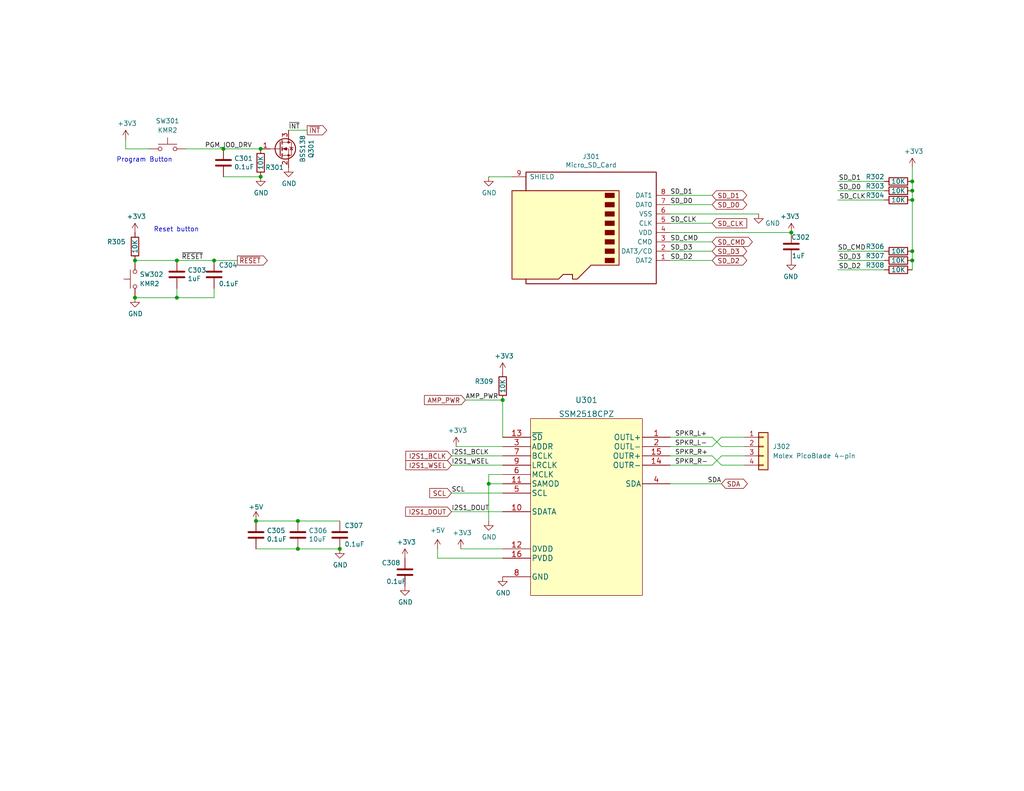
<source format=kicad_sch>
(kicad_sch (version 20211123) (generator eeschema)
  (paper "USLetter")
  (title_block (title "Wroom32 LED Controller") (date "2022-05-15") (rev "4.0.0") (company "Aaron Williams") (comment 1 "Copyright © 2020-2022 by Aaron Williams"))
  (lib_symbols
    (symbol "Aaron:SSM2518CPZ" (pin_names (offset 0.254))
      (property "Reference" "U" (at 0 27.94 0))
      (property "Value" "SSM2518CPZ" (at 0 25.4 0))
      (symbol "SSM2518CPZ_0_1"
        (rectangle (start -15.24 22.86) (end 15.24 -25.4) (fill (type background)))
      )
      (symbol "SSM2518CPZ_1_1"
        (pin output line (at 22.86 17.78 180) (length 7.62) (name "OUTL+") (number "1"))
        (pin input line (at -22.86 -2.54 0) (length 7.62) (name "SDATA") (number "10"))
        (pin input line (at -22.86 5.08 0) (length 7.62) (name "SAMOD") (number "11"))
        (pin power_in line (at -22.86 -12.7 0) (length 7.62) (name "DVDD") (number "12"))
        (pin input line (at -22.86 17.78 0) (length 7.62) (name "~{SD}") (number "13"))
        (pin output line (at 22.86 10.16 180) (length 7.62) (name "OUTR-") (number "14"))
        (pin output line (at 22.86 12.7 180) (length 7.62) (name "OUTR+") (number "15"))
        (pin power_in line (at -22.86 -15.24 0) (length 7.62) (name "PVDD") (number "16"))
        (pin passive line (at -22.86 -20.32 0) (length 7.62) hide (name "GND") (number "17"))
        (pin passive line (at -22.86 -20.32 0) (length 7.62) hide (name "GND") (number "18"))
        (pin passive line (at -22.86 -20.32 0) (length 7.62) hide (name "GND") (number "19"))
        (pin output line (at 22.86 15.24 180) (length 7.62) (name "OUTL-") (number "2"))
        (pin passive line (at -22.86 -15.24 0) (length 7.62) hide (name "PVDD") (number "20"))
        (pin passive line (at -22.86 -20.32 0) (length 7.62) hide (name "GND") (number "21"))
        (pin input line (at -22.86 15.24 0) (length 7.62) (name "ADDR") (number "3"))
        (pin bidirectional line (at 22.86 5.08 180) (length 7.62) (name "SDA") (number "4"))
        (pin input line (at -22.86 2.54 0) (length 7.62) (name "SCL") (number "5"))
        (pin input line (at -22.86 7.62 0) (length 7.62) (name "MCLK") (number "6"))
        (pin input line (at -22.86 12.7 0) (length 7.62) (name "BCLK") (number "7"))
        (pin power_in line (at -22.86 -20.32 0) (length 7.62) (name "GND") (number "8"))
        (pin input line (at -22.86 10.16 0) (length 7.62) (name "LRCLK") (number "9"))
      )
    )
    (symbol "Connector_Generic:Conn_01x04" (pin_names (offset 1.016) hide)
      (property "Reference" "J" (at 0 5.08 0))
      (property "Value" "Conn_01x04" (at 0 -7.62 0))
      (symbol "Conn_01x04_1_1"
        (rectangle (start -1.27 -4.953) (end 0 -5.207) (stroke (width 0.1524)))
        (rectangle (start -1.27 -2.413) (end 0 -2.667) (stroke (width 0.1524)))
        (rectangle (start -1.27 0.127) (end 0 -0.127) (stroke (width 0.1524)))
        (rectangle (start -1.27 2.667) (end 0 2.413) (stroke (width 0.1524)))
        (rectangle (start -1.27 3.81) (end 1.27 -6.35) (stroke (width 0.254)) (fill (type background)))
        (pin passive line (at -5.08 2.54 0) (length 3.81) (name "Pin_1") (number "1"))
        (pin passive line (at -5.08 0 0) (length 3.81) (name "Pin_2") (number "2"))
        (pin passive line (at -5.08 -2.54 0) (length 3.81) (name "Pin_3") (number "3"))
        (pin passive line (at -5.08 -5.08 0) (length 3.81) (name "Pin_4") (number "4"))
      )
    )
    (symbol "Device:C" (pin_numbers hide) (pin_names (offset 0.254))
      (property "Reference" "C" (at 0.635 2.54 0))
      (property "Value" "C" (at 0.635 -2.54 0))
      (symbol "C_0_1"
        (polyline (pts (xy -2.032 -0.762) (xy 2.032 -0.762)) (stroke (width 0.508)))
        (polyline (pts (xy -2.032 0.762) (xy 2.032 0.762)) (stroke (width 0.508)))
      )
      (symbol "C_1_1"
        (pin passive line (at 0 3.81 270) (length 2.794) (name "~") (number "1"))
        (pin passive line (at 0 -3.81 90) (length 2.794) (name "~") (number "2"))
      )
    )
    (symbol "Device:R" (pin_numbers hide) (pin_names (offset 0))
      (property "Reference" "R" (at 2.032 0 90))
      (property "Value" "R" (at 0 0 90))
      (symbol "R_0_1"
        (rectangle (start -1.016 -2.54) (end 1.016 2.54) (stroke (width 0.254)))
      )
      (symbol "R_1_1"
        (pin passive line (at 0 3.81 270) (length 1.27) (name "~") (number "1"))
        (pin passive line (at 0 -3.81 90) (length 1.27) (name "~") (number "2"))
      )
    )
    (symbol "Switch:SW_Push" (pin_numbers hide) (pin_names (offset 1.016) hide)
      (property "Reference" "SW" (at 1.27 2.54 0))
      (property "Value" "SW_Push" (at 0 -1.524 0))
      (symbol "SW_Push_0_1"
        (circle (center -2.032 0) (radius 0.508))
        (polyline (pts (xy 0 1.27) (xy 0 3.048)))
        (polyline (pts (xy 2.54 1.27) (xy -2.54 1.27)))
        (circle (center 2.032 0) (radius 0.508))
        (pin passive line (at -5.08 0 0) (length 2.54) (name "1") (number "1"))
        (pin passive line (at 5.08 0 180) (length 2.54) (name "2") (number "2"))
      )
    )
    (symbol "Transistor_FET:BSS138" (pin_names hide)
      (property "Reference" "Q" (at 5.08 1.905 0))
      (property "Value" "BSS138" (at 5.08 0 0))
      (symbol "BSS138_0_1"
        (polyline (pts (xy 0.254 0) (xy -2.54 0)))
        (polyline (pts (xy 0.254 1.905) (xy 0.254 -1.905)) (stroke (width 0.254)))
        (polyline (pts (xy 0.762 -1.27) (xy 0.762 -2.286)) (stroke (width 0.254)))
        (polyline (pts (xy 0.762 0.508) (xy 0.762 -0.508)) (stroke (width 0.254)))
        (polyline (pts (xy 0.762 2.286) (xy 0.762 1.27)) (stroke (width 0.254)))
        (polyline (pts (xy 2.54 2.54) (xy 2.54 1.778)))
        (polyline (pts (xy 2.54 -2.54) (xy 2.54 0) (xy 0.762 0)))
        (polyline (pts (xy 0.762 -1.778) (xy 3.302 -1.778) (xy 3.302 1.778) (xy 0.762 1.778)))
        (polyline (pts (xy 1.016 0) (xy 2.032 0.381) (xy 2.032 -0.381) (xy 1.016 0)) (fill (type outline)))
        (polyline (pts (xy 2.794 0.508) (xy 2.921 0.381) (xy 3.683 0.381) (xy 3.81 0.254)))
        (polyline (pts (xy 3.302 0.381) (xy 2.921 -0.254) (xy 3.683 -0.254) (xy 3.302 0.381)))
        (circle (center 1.651 0) (radius 2.794) (stroke (width 0.254)))
        (circle (center 2.54 -1.778) (radius 0.254) (fill (type outline)))
        (circle (center 2.54 1.778) (radius 0.254) (fill (type outline)))
      )
      (symbol "BSS138_1_1"
        (pin input line (at -5.08 0 0) (length 2.54) (name "G") (number "1"))
        (pin passive line (at 2.54 -5.08 90) (length 2.54) (name "S") (number "2"))
        (pin passive line (at 2.54 5.08 270) (length 2.54) (name "D") (number "3"))
      )
    )
    (symbol "led-controller-wrover32-rescue:Micro_SD_Card-Connector" (pin_names (offset 1.016))
      (property "Reference" "J" (at -16.51 15.24 0))
      (property "Value" "Micro_SD_Card-Connector" (at 16.51 15.24 0))
      (symbol "Micro_SD_Card-Connector_0_1"
        (rectangle (start -7.62 -9.525) (end -5.08 -10.795) (fill (type outline)))
        (rectangle (start -7.62 -6.985) (end -5.08 -8.255) (fill (type outline)))
        (rectangle (start -7.62 -4.445) (end -5.08 -5.715) (fill (type outline)))
        (rectangle (start -7.62 -1.905) (end -5.08 -3.175) (fill (type outline)))
        (rectangle (start -7.62 0.635) (end -5.08 -0.635) (fill (type outline)))
        (rectangle (start -7.62 3.175) (end -5.08 1.905) (fill (type outline)))
        (rectangle (start -7.62 5.715) (end -5.08 4.445) (fill (type outline)))
        (rectangle (start -7.62 8.255) (end -5.08 6.985) (fill (type outline)))
        (polyline (pts (xy 16.51 12.7) (xy 16.51 13.97) (xy -19.05 13.97) (xy -19.05 -16.51) (xy 16.51 -16.51) (xy 16.51 -11.43)) (stroke (width 0.254)))
        (polyline (pts (xy -8.89 -11.43) (xy -8.89 8.89) (xy -1.27 8.89) (xy 2.54 12.7) (xy 3.81 12.7) (xy 3.81 11.43) (xy 6.35 11.43) (xy 7.62 12.7) (xy 20.32 12.7) (xy 20.32 -11.43) (xy -8.89 -11.43)) (stroke (width 0.254)) (fill (type background)))
      )
      (symbol "Micro_SD_Card-Connector_1_1"
        (pin bidirectional line (at -22.86 7.62 0) (length 3.81) (name "DAT2") (number "1"))
        (pin bidirectional line (at -22.86 5.08 0) (length 3.81) (name "DAT3/CD") (number "2"))
        (pin input line (at -22.86 2.54 0) (length 3.81) (name "CMD") (number "3"))
        (pin power_in line (at -22.86 0 0) (length 3.81) (name "VDD") (number "4"))
        (pin input line (at -22.86 -2.54 0) (length 3.81) (name "CLK") (number "5"))
        (pin power_in line (at -22.86 -5.08 0) (length 3.81) (name "VSS") (number "6"))
        (pin input line (at -22.86 -7.62 0) (length 3.81) (name "DAT0") (number "7"))
        (pin input line (at -22.86 -10.16 0) (length 3.81) (name "DAT1") (number "8"))
        (pin passive line (at 20.32 -15.24 180) (length 3.81) (name "SHIELD") (number "9"))
      )
    )
    (symbol "power:+3.3V" (power) (pin_names (offset 0))
      (property "Value" "+3.3V" (at 0 3.556 0))
      (symbol "+3.3V_0_1"
        (polyline (pts (xy -0.762 1.27) (xy 0 2.54)))
        (polyline (pts (xy 0 0) (xy 0 2.54)))
        (polyline (pts (xy 0 2.54) (xy 0.762 1.27)))
      )
      (symbol "+3.3V_1_1"
        (pin power_in line (at 0 0 90) (length 0) hide (name "+3V3") (number "1"))
      )
    )
    (symbol "power:+5V" (power) (pin_names (offset 0))
      (property "Value" "+5V" (at 0 3.556 0))
      (symbol "+5V_0_1"
        (polyline (pts (xy -0.762 1.27) (xy 0 2.54)))
        (polyline (pts (xy 0 0) (xy 0 2.54)))
        (polyline (pts (xy 0 2.54) (xy 0.762 1.27)))
      )
      (symbol "+5V_1_1"
        (pin power_in line (at 0 0 90) (length 0) hide (name "+5V") (number "1"))
      )
    )
    (symbol "power:GND" (power) (pin_names (offset 0))
      (property "Value" "GND" (at 0 -3.81 0))
      (symbol "GND_0_1"
        (polyline (pts (xy 0 0) (xy 0 -1.27) (xy 1.27 -1.27) (xy 0 -2.54) (xy -1.27 -1.27) (xy 0 -1.27)))
      )
      (symbol "GND_1_1"
        (pin power_in line (at 0 0 270) (length 0) hide (name "GND") (number "1"))
      )
    )
  )
  (junction (at 71.12 40.64))
  (junction (at 248.92 54.61))
  (junction (at 137.16 109.22))
  (junction (at 248.92 52.07))
  (junction (at 248.92 71.12))
  (junction (at 81.28 149.86))
  (junction (at 36.83 71.12))
  (junction (at 48.26 81.28))
  (junction (at 60.96 40.64))
  (junction (at 133.35 132.08))
  (junction (at 69.85 142.24))
  (junction (at 71.12 48.26))
  (junction (at 215.9 63.5))
  (junction (at 81.28 142.24))
  (junction (at 58.42 71.12))
  (junction (at 248.92 49.53))
  (junction (at 248.92 68.58))
  (junction (at 48.26 71.12))
  (junction (at 36.83 81.28))
  (junction (at 92.71 149.86))
  (wire (pts (xy 182.88 121.92) (xy 194.31 121.92)))
  (wire (pts (xy 248.92 49.53) (xy 248.92 52.07)))
  (wire (pts (xy 182.88 60.96) (xy 194.31 60.96)))
  (wire (pts (xy 36.83 81.28) (xy 48.26 81.28)))
  (wire (pts (xy 241.3 49.53) (xy 228.6 49.53)))
  (wire (pts (xy 119.38 149.86) (xy 119.38 152.4)))
  (wire (pts (xy 194.31 121.92) (xy 196.85 119.38)))
  (wire (pts (xy 196.85 124.46) (xy 203.2 124.46)))
  (wire (pts (xy 228.6 71.12) (xy 241.3 71.12)))
  (wire (pts (xy 124.46 121.92) (xy 137.16 121.92)))
  (wire (pts (xy 137.16 139.7) (xy 123.19 139.7)))
  (wire (pts (xy 92.71 142.24) (xy 81.28 142.24)))
  (wire (pts (xy 182.88 124.46) (xy 194.31 124.46)))
  (wire (pts (xy 137.16 127) (xy 123.19 127)))
  (wire (pts (xy 133.35 129.54) (xy 133.35 132.08)))
  (wire (pts (xy 60.96 40.64) (xy 71.12 40.64)))
  (wire (pts (xy 194.31 119.38) (xy 196.85 121.92)))
  (wire (pts (xy 137.16 132.08) (xy 133.35 132.08)))
  (wire (pts (xy 228.6 73.66) (xy 241.3 73.66)))
  (wire (pts (xy 92.71 149.86) (xy 81.28 149.86)))
  (wire (pts (xy 119.38 152.4) (xy 137.16 152.4)))
  (wire (pts (xy 248.92 68.58) (xy 248.92 71.12)))
  (wire (pts (xy 196.85 127) (xy 203.2 127)))
  (wire (pts (xy 228.6 54.61) (xy 241.3 54.61)))
  (wire (pts (xy 81.28 149.86) (xy 69.85 149.86)))
  (wire (pts (xy 194.31 127) (xy 196.85 124.46)))
  (wire (pts (xy 36.83 71.12) (xy 48.26 71.12)))
  (wire (pts (xy 133.35 48.26) (xy 139.7 48.26)))
  (wire (pts (xy 58.42 71.12) (xy 64.77 71.12)))
  (wire (pts (xy 248.92 54.61) (xy 248.92 68.58)))
  (wire (pts (xy 228.6 68.58) (xy 241.3 68.58)))
  (wire (pts (xy 182.88 132.08) (xy 196.85 132.08)))
  (wire (pts (xy 123.19 134.62) (xy 137.16 134.62)))
  (wire (pts (xy 78.74 35.56) (xy 83.82 35.56)))
  (wire (pts (xy 248.92 71.12) (xy 248.92 73.66)))
  (wire (pts (xy 194.31 124.46) (xy 196.85 127)))
  (wire (pts (xy 196.85 121.92) (xy 203.2 121.92)))
  (wire (pts (xy 81.28 142.24) (xy 69.85 142.24)))
  (wire (pts (xy 182.88 55.88) (xy 194.31 55.88)))
  (wire (pts (xy 137.16 119.38) (xy 137.16 109.22)))
  (wire (pts (xy 196.85 119.38) (xy 203.2 119.38)))
  (wire (pts (xy 137.16 124.46) (xy 123.19 124.46)))
  (wire (pts (xy 228.6 52.07) (xy 241.3 52.07)))
  (wire (pts (xy 60.96 48.26) (xy 71.12 48.26)))
  (wire (pts (xy 182.88 127) (xy 194.31 127)))
  (wire (pts (xy 125.73 149.86) (xy 137.16 149.86)))
  (wire (pts (xy 182.88 119.38) (xy 194.31 119.38)))
  (wire (pts (xy 48.26 71.12) (xy 58.42 71.12)))
  (wire (pts (xy 248.92 52.07) (xy 248.92 54.61)))
  (wire (pts (xy 127 109.22) (xy 137.16 109.22)))
  (wire (pts (xy 182.88 66.04) (xy 194.31 66.04)))
  (wire (pts (xy 182.88 63.5) (xy 215.9 63.5)))
  (wire (pts (xy 182.88 71.12) (xy 194.31 71.12)))
  (wire (pts (xy 58.42 81.28) (xy 48.26 81.28)))
  (wire (pts (xy 34.29 40.64) (xy 40.64 40.64)))
  (wire (pts (xy 182.88 53.34) (xy 194.31 53.34)))
  (wire (pts (xy 182.88 68.58) (xy 194.31 68.58)))
  (wire (pts (xy 50.8 40.64) (xy 60.96 40.64)))
  (wire (pts (xy 34.29 40.64) (xy 34.29 38.1)))
  (wire (pts (xy 137.16 129.54) (xy 133.35 129.54)))
  (wire (pts (xy 48.26 78.74) (xy 48.26 81.28)))
  (wire (pts (xy 133.35 132.08) (xy 133.35 142.24)))
  (wire (pts (xy 182.88 58.42) (xy 207.01 58.42)))
  (wire (pts (xy 248.92 45.72) (xy 248.92 49.53)))
  (wire (pts (xy 58.42 78.74) (xy 58.42 81.28)))
  (text "Program Button" (at 31.75 44.45 0) (effects (font (size 1.27 1.27)) (justify left bottom)))
  (text "Reset button" (at 41.91 63.5 0) (effects (font (size 1.27 1.27)) (justify left bottom)))
  (label "I2S1_BCLK" (at 123.19 124.46 0))
  (label "SPKR_L+" (at 184.15 119.38 0))
  (label "SD_D3" (at 182.88 68.58 0))
  (label "SD_CLK" (at 182.88 60.96 0))
  (label "PGM_IO0_DRV" (at 55.88 40.64 0))
  (label "AMP_PWR" (at 127 109.22 0))
  (label "I2S1_WSEL" (at 123.19 127 0))
  (label "SD_CMD" (at 182.88 66.04 0))
  (label "SD_D2" (at 182.88 71.12 0))
  (label "I2S1_DOUT" (at 123.19 139.7 0))
  (label "SD_D1" (at 234.95 49.53 180))
  (label "SD_D1" (at 182.88 53.34 0))
  (label "SPKR_R+" (at 184.15 124.46 0))
  (label "SD_D3" (at 234.95 71.12 180))
  (label "SD_CLK" (at 236.22 54.61 180))
  (label "SD_D2" (at 234.95 73.66 180))
  (label "SD_D0" (at 234.95 52.07 180))
  (label "~{RESET}" (at 49.53 71.12 0))
  (label "SPKR_L-" (at 184.15 121.92 0))
  (label "SPKR_R-" (at 184.15 127 0))
  (label "SD_CMD" (at 236.22 68.58 180))
  (label "~{INT}" (at 78.74 35.56 0))
  (label "SD_D0" (at 182.88 55.88 0))
  (label "SDA" (at 193.04 132.08 0))
  (label "SCL" (at 123.19 134.62 0))
  (global_label "SD_D3" (shape bidirectional) (at 194.31 68.58 0) (property "Intersheet References" "${INTERSHEET_REFS}" (effects hide)))
  (global_label "~{INT}" (shape output) (at 83.82 35.56 0) (property "Intersheet References" "${INTERSHEET_REFS}" (effects hide)))
  (global_label "SD_CLK" (shape input) (at 194.31 60.96 0) (property "Intersheet References" "${INTERSHEET_REFS}" (effects hide)))
  (global_label "SDA" (shape bidirectional) (at 196.85 132.08 0) (property "Intersheet References" "${INTERSHEET_REFS}" (effects hide)))
  (global_label "SCL" (shape input) (at 123.19 134.62 180) (property "Intersheet References" "${INTERSHEET_REFS}" (effects hide)))
  (global_label "AMP_PWR" (shape input) (at 127 109.22 180) (property "Intersheet References" "${INTERSHEET_REFS}" (effects hide)))
  (global_label "I2S1_BCLK" (shape input) (at 123.19 124.46 180) (property "Intersheet References" "${INTERSHEET_REFS}" (effects hide)))
  (global_label "SD_CMD" (shape bidirectional) (at 194.31 66.04 0) (property "Intersheet References" "${INTERSHEET_REFS}" (effects hide)))
  (global_label "SD_D2" (shape bidirectional) (at 194.31 71.12 0) (property "Intersheet References" "${INTERSHEET_REFS}" (effects hide)))
  (global_label "SD_D1" (shape bidirectional) (at 194.31 53.34 0) (property "Intersheet References" "${INTERSHEET_REFS}" (effects hide)))
  (global_label "SD_D0" (shape bidirectional) (at 194.31 55.88 0) (property "Intersheet References" "${INTERSHEET_REFS}" (effects hide)))
  (global_label "I2S1_WSEL" (shape input) (at 123.19 127 180) (property "Intersheet References" "${INTERSHEET_REFS}" (effects hide)))
  (global_label "I2S1_DOUT" (shape input) (at 123.19 139.7 180) (property "Intersheet References" "${INTERSHEET_REFS}" (effects hide)))
  (global_label "~{RESET}" (shape output) (at 64.77 71.12 0) (property "Intersheet References" "${INTERSHEET_REFS}" (effects hide)))
  (symbol (lib_id "Device:C") (at 60.96 44.45 0) (unit 1)
    (property "Reference" "C301" (at 63.881 43.2816 0) (effects (justify left)))
    (property "Value" "0.1uF" (at 63.881 45.593 0) (effects (justify left)))
    (property "Footprint" "Capacitor_SMD:C_0402_1005Metric" (effects hide))
    (property "SPR" "Digikey" (effects hide))
  )
  (symbol (lib_id "power:GND") (at 71.12 48.26 0) (unit 1)
    (property "Reference" "#PWR0304" (effects hide))
    (property "Value" "GND" (at 71.247 52.6542 0))
  )
  (symbol (lib_id "power:+3.3V") (at 34.29 38.1 0) (unit 1)
    (property "Reference" "#PWR0301" (effects hide))
    (property "Value" "+3.3V" (at 34.671 33.7058 0))
  )
  (symbol (lib_id "power:GND") (at 78.74 45.72 0) (unit 1)
    (property "Reference" "#PWR0302" (effects hide))
    (property "Value" "GND" (at 78.867 50.1142 0))
  )
  (symbol (lib_id "power:+3.3V") (at 36.83 63.5 0) (unit 1)
    (property "Reference" "#PWR0307" (effects hide))
    (property "Value" "+3.3V" (at 37.211 59.1058 0))
  )
  (symbol (lib_id "Device:C") (at 48.26 74.93 0) (unit 1)
    (property "Reference" "C303" (at 51.181 73.7616 0) (effects (justify left)))
    (property "Value" "1uF" (at 51.181 76.073 0) (effects (justify left)))
    (property "Footprint" "Capacitor_SMD:C_0402_1005Metric" (effects hide))
  )
  (symbol (lib_id "power:GND") (at 36.83 81.28 0) (unit 1)
    (property "Reference" "#PWR0310" (effects hide))
    (property "Value" "GND" (at 36.957 85.6742 0))
  )
  (symbol (lib_id "Transistor_FET:BSS138") (at 76.2 40.64 0) (unit 1)
    (property "Reference" "Q301" (at 84.8868 40.64 90))
    (property "Value" "BSS138" (at 82.5754 40.64 90))
    (property "Footprint" "Package_TO_SOT_SMD:SOT-323_SC-70" (effects hide))
    (property "Datasheet" "https://www.onsemi.com/pub/Collateral/BSS138-D.PDF" (effects hide))
    (property "MFR" "ON Semiconductor" (effects hide))
    (property "MPN" "BSS138" (effects hide))
    (property "SPR" "Digikey" (effects hide))
    (property "SPN" "BSS138CT-ND" (effects hide))
    (property "SPURL" "https://www.digikey.com/product-detail/en/on-semiconductor/BSS138/BSS138CT-ND/244294" (effects hide))
    (property "DESC" "N-Channel 50V 220mA (Ta) 360mW (Ta) Surface Mount SOT-23-3" (effects hide))
  )
  (symbol (lib_id "power:GND") (at 110.49 160.02 0) (unit 1)
    (property "Reference" "#PWR0320" (effects hide))
    (property "Value" "GND" (at 110.617 164.4142 0))
  )
  (symbol (lib_id "Device:R") (at 245.11 49.53 90) (unit 1)
    (property "Reference" "R302" (at 238.76 48.26 90))
    (property "Value" "10K" (at 245.11 49.53 90))
    (property "Footprint" "Resistor_SMD:R_0402_1005Metric" (effects hide))
    (property "Tolerance" "5%" (effects hide))
    (property "SPR" "Digikey" (effects hide))
    (property "SPN" "541-2979-1-ND" (effects hide))
    (property "SPURL" "https://www.digikey.com/products/en?keywords=541-2979-1-ND" (effects hide))
  )
  (symbol (lib_id "power:+3.3V") (at 124.46 121.92 0) (unit 1)
    (property "Reference" "#PWR0312" (effects hide))
    (property "Value" "+3.3V" (at 124.841 117.5258 0))
  )
  (symbol (lib_id "power:+3.3V") (at 248.92 45.72 0) (unit 1)
    (property "Reference" "#PWR0303" (effects hide))
    (property "Value" "+3.3V" (at 249.301 41.3258 0))
  )
  (symbol (lib_id "Device:C") (at 69.85 146.05 0) (unit 1)
    (property "Reference" "C305" (at 72.771 144.8816 0) (effects (justify left)))
    (property "Value" "0.1uF" (at 72.771 147.193 0) (effects (justify left)))
    (property "Footprint" "Capacitor_SMD:C_0402_1005Metric" (effects hide))
    (property "SPR" "Digikey" (effects hide))
  )
  (symbol (lib_id "Connector_Generic:Conn_01x04") (at 208.28 121.92 0) (unit 1)
    (property "Reference" "J302" (at 210.82 121.9199 0) (effects (justify left)))
    (property "Value" "Molex PicoBlade 4-pin" (at 210.82 124.4599 0) (effects (justify left)))
    (property "Footprint" "Connector_Molex:Molex_PicoBlade_53047-0410_1x04_P1.25mm_Vertical" (effects hide))
  )
  (symbol (lib_id "Device:R") (at 245.11 71.12 90) (unit 1)
    (property "Reference" "R307" (at 238.76 69.85 90))
    (property "Value" "10K" (at 245.11 71.12 90))
    (property "Footprint" "Resistor_SMD:R_0402_1005Metric" (effects hide))
    (property "Tolerance" "5%" (effects hide))
    (property "SPR" "Digikey" (effects hide))
    (property "SPN" "541-2979-1-ND" (effects hide))
    (property "SPURL" "https://www.digikey.com/products/en?keywords=541-2979-1-ND" (effects hide))
  )
  (symbol (lib_id "Device:R") (at 245.11 54.61 90) (unit 1)
    (property "Reference" "R304" (at 238.76 53.34 90))
    (property "Value" "10K" (at 245.11 54.61 90))
    (property "Footprint" "Resistor_SMD:R_0402_1005Metric" (effects hide))
    (property "Tolerance" "5%" (effects hide))
    (property "SPR" "Digikey" (effects hide))
    (property "SPN" "541-2979-1-ND" (effects hide))
    (property "SPURL" "https://www.digikey.com/products/en?keywords=541-2979-1-ND" (effects hide))
  )
  (symbol (lib_id "Device:R") (at 245.11 73.66 90) (unit 1)
    (property "Reference" "R308" (at 238.76 72.39 90))
    (property "Value" "10K" (at 245.11 73.66 90))
    (property "Footprint" "Resistor_SMD:R_0402_1005Metric" (effects hide))
    (property "Tolerance" "5%" (effects hide))
    (property "SPR" "Digikey" (effects hide))
    (property "SPN" "541-2979-1-ND" (effects hide))
    (property "SPURL" "https://www.digikey.com/products/en?keywords=541-2979-1-ND" (effects hide))
  )
  (symbol (lib_id "Device:R") (at 137.16 105.41 0) (unit 1)
    (property "Reference" "R309" (at 132.08 104.14 0))
    (property "Value" "10K" (at 137.16 105.41 90))
    (property "Footprint" "Resistor_SMD:R_0402_1005Metric" (effects hide))
    (property "Tolerance" "5%" (effects hide))
    (property "SPR" "Digikey" (effects hide))
    (property "SPN" "541-2979-1-ND" (effects hide))
    (property "SPURL" "https://www.digikey.com/products/en?keywords=541-2979-1-ND" (effects hide))
  )
  (symbol (lib_id "Device:R") (at 36.83 67.31 0) (unit 1)
    (property "Reference" "R305" (at 31.75 66.04 0))
    (property "Value" "10K" (at 36.83 67.31 90))
    (property "Footprint" "Resistor_SMD:R_0402_1005Metric" (effects hide))
    (property "Tolerance" "5%" (effects hide))
    (property "SPR" "Digikey" (effects hide))
    (property "SPN" "541-2979-1-ND" (effects hide))
    (property "SPURL" "https://www.digikey.com/products/en?keywords=541-2979-1-ND" (effects hide))
  )
  (symbol (lib_id "Device:C") (at 81.28 146.05 0) (unit 1)
    (property "Reference" "C306" (at 84.201 144.8816 0) (effects (justify left)))
    (property "Value" "10uF" (at 84.201 147.193 0) (effects (justify left)))
    (property "Footprint" "Capacitor_SMD:C_0603_1608Metric" (effects hide))
  )
  (symbol (lib_id "Device:R") (at 71.12 44.45 180) (unit 1)
    (property "Reference" "R301" (at 74.93 45.72 0))
    (property "Value" "10K" (at 71.12 44.45 90))
    (property "Footprint" "Resistor_SMD:R_0402_1005Metric" (effects hide))
    (property "Tolerance" "5%" (effects hide))
    (property "SPR" "Digikey" (effects hide))
    (property "SPN" "541-2979-1-ND" (effects hide))
    (property "SPURL" "https://www.digikey.com/products/en?keywords=541-2979-1-ND" (effects hide))
  )
  (symbol (lib_id "Switch:SW_Push") (at 45.72 40.64 0) (unit 1)
    (property "Reference" "SW301" (at 45.72 33.02 0))
    (property "Value" "KMR2" (at 45.72 35.56 0))
    (property "Footprint" "Button_Switch_SMD:SW_Push_1P1T_NO_CK_KMR2" (effects hide))
  )
  (symbol (lib_id "Device:R") (at 245.11 68.58 90) (unit 1)
    (property "Reference" "R306" (at 238.76 67.31 90))
    (property "Value" "10K" (at 245.11 68.58 90))
    (property "Footprint" "Resistor_SMD:R_0402_1005Metric" (effects hide))
    (property "Tolerance" "5%" (effects hide))
    (property "SPR" "Digikey" (effects hide))
    (property "SPN" "541-2979-1-ND" (effects hide))
    (property "SPURL" "https://www.digikey.com/products/en?keywords=541-2979-1-ND" (effects hide))
  )
  (symbol (lib_id "Device:C") (at 58.42 74.93 0) (unit 1)
    (property "Reference" "C304" (at 59.69 72.39 0) (effects (justify left)))
    (property "Value" "0.1uF" (at 59.69 77.47 0) (effects (justify left)))
    (property "Footprint" "Capacitor_SMD:C_0402_1005Metric" (effects hide))
    (property "SPR" "Digikey" (effects hide))
  )
  (symbol (lib_id "Switch:SW_Push") (at 36.83 76.2 90) (unit 1)
    (property "Reference" "SW302" (at 38.1 74.9299 90) (effects (justify right)))
    (property "Value" "KMR2" (at 38.1 77.4699 90) (effects (justify right)))
    (property "Footprint" "Button_Switch_SMD:SW_Push_1P1T_NO_CK_KMR2" (effects hide))
  )
  (symbol (lib_id "power:+5V") (at 119.38 149.86 0) (unit 1)
    (property "Reference" "#PWR0316" (effects hide))
    (property "Value" "+5V" (at 119.38 144.78 0))
  )
  (symbol (lib_id "power:+3.3V") (at 215.9 63.5 0) (mirror y) (unit 1)
    (property "Reference" "#PWR0308" (effects hide))
    (property "Value" "+3.3V" (at 215.519 59.1058 0))
  )
  (symbol (lib_id "power:GND") (at 133.35 142.24 0) (unit 1)
    (property "Reference" "#PWR0314" (effects hide))
    (property "Value" "GND" (at 133.477 146.6342 0))
  )
  (symbol (lib_id "power:GND") (at 215.9 71.12 0) (mirror y) (unit 1)
    (property "Reference" "#PWR0309" (effects hide))
    (property "Value" "GND" (at 215.773 75.5142 0))
  )
  (symbol (lib_id "Device:R") (at 245.11 52.07 90) (unit 1)
    (property "Reference" "R303" (at 238.76 50.8 90))
    (property "Value" "10K" (at 245.11 52.07 90))
    (property "Footprint" "Resistor_SMD:R_0402_1005Metric" (effects hide))
    (property "Tolerance" "5%" (effects hide))
    (property "SPR" "Digikey" (effects hide))
    (property "SPN" "541-2979-1-ND" (effects hide))
    (property "SPURL" "https://www.digikey.com/products/en?keywords=541-2979-1-ND" (effects hide))
  )
  (symbol (lib_id "power:GND") (at 207.01 58.42 0) (mirror y) (unit 1)
    (property "Reference" "#PWR0306" (effects hide))
    (property "Value" "GND" (at 210.82 60.96 0))
  )
  (symbol (lib_id "Device:C") (at 92.71 146.05 0) (unit 1)
    (property "Reference" "C307" (at 93.98 143.51 0) (effects (justify left)))
    (property "Value" "0.1uF" (at 93.98 148.59 0) (effects (justify left)))
    (property "Footprint" "Capacitor_SMD:C_0402_1005Metric" (effects hide))
    (property "SPR" "Digikey" (effects hide))
  )
  (symbol (lib_id "Aaron:SSM2518CPZ") (at 160.02 137.16 0) (unit 1)
    (property "Reference" "U301" (at 160.02 109.22 0) (effects (font (size 1.524 1.524))))
    (property "Value" "SSM2518CPZ" (at 160.02 113.03 0) (effects (font (size 1.524 1.524))))
    (property "Footprint" "Package_CSP:LFCSP-20-1EP_4x4mm_P0.5mm_EP2.6x2.6mm" (effects hide))
    (property "Datasheet" "https://www.analog.com/media/en/technical-documentation/data-sheets/SSM2518.pdf" (effects hide))
  )
  (symbol (lib_id "power:+3.3V") (at 125.73 149.86 0) (unit 1)
    (property "Reference" "#PWR0317" (effects hide))
    (property "Value" "+3.3V" (at 126.111 145.4658 0))
  )
  (symbol (lib_id "power:GND") (at 137.16 157.48 0) (unit 1)
    (property "Reference" "#PWR0319" (effects hide))
    (property "Value" "GND" (at 137.287 161.8742 0))
  )
  (symbol (lib_id "power:+5V") (at 69.85 142.24 0) (unit 1)
    (property "Reference" "#PWR0313" (effects hide))
    (property "Value" "+5V" (at 69.85 138.43 0))
  )
  (symbol (lib_id "Device:C") (at 215.9 67.31 0) (mirror y) (unit 1)
    (property "Reference" "C302" (at 220.98 64.77 0) (effects (justify left)))
    (property "Value" "1uF" (at 219.71 69.85 0) (effects (justify left)))
    (property "Footprint" "Capacitor_SMD:C_0402_1005Metric" (effects hide))
    (property "SPR" "Digikey" (effects hide))
  )
  (symbol (lib_id "power:GND") (at 133.35 48.26 0) (unit 1)
    (property "Reference" "#PWR0305" (effects hide))
    (property "Value" "GND" (at 133.477 52.6542 0))
  )
  (symbol (lib_id "power:GND") (at 92.71 149.86 0) (unit 1)
    (property "Reference" "#PWR0315" (effects hide))
    (property "Value" "GND" (at 92.837 154.2542 0))
  )
  (symbol (lib_id "Device:C") (at 110.49 156.21 0) (unit 1)
    (property "Reference" "C308" (at 104.14 153.67 0) (effects (justify left)))
    (property "Value" "0.1uF" (at 105.41 158.75 0) (effects (justify left)))
    (property "Footprint" "Capacitor_SMD:C_0402_1005Metric" (effects hide))
    (property "SPR" "Digikey" (effects hide))
  )
  (symbol (lib_id "led-controller-wrover32-rescue:Micro_SD_Card-Connector") (at 160.02 63.5 180) (unit 1)
    (property "Reference" "J301" (at 161.29 42.7482 0))
    (property "Value" "Micro_SD_Card" (at 161.29 45.0596 0))
    (property "Footprint" "Connector_Card:microSD_HC_Molex_047571-0001" (effects hide))
    (property "Datasheet" "https://media.digikey.com/pdf/Data%20Sheets/Molex%20PDFs/0475710001_Elect_Model.pdf" (effects hide))
    (property "MFR" "Molex" (effects hide))
    (property "MPN" "0475710001" (effects hide))
    (property "SPR" "Digikey" (effects hide))
    (property "SPN" "WM9731CT-ND" (effects hide))
    (property "SPURL" "https://www.digikey.com/en/products/detail/molex/0475710001/3262277" (effects hide))
    (property "DESC" "CONN MICRO SD CARD PUSH-PULL R/A" (effects hide))
  )
  (symbol (lib_id "power:+3.3V") (at 137.16 101.6 0) (unit 1)
    (property "Reference" "#PWR0311" (effects hide))
    (property "Value" "+3.3V" (at 137.541 97.2058 0))
  )
  (symbol (lib_id "power:+3.3V") (at 110.49 152.4 0) (unit 1)
    (property "Reference" "#PWR0318" (effects hide))
    (property "Value" "+3.3V" (at 110.871 148.0058 0))
  )
)
</source>
